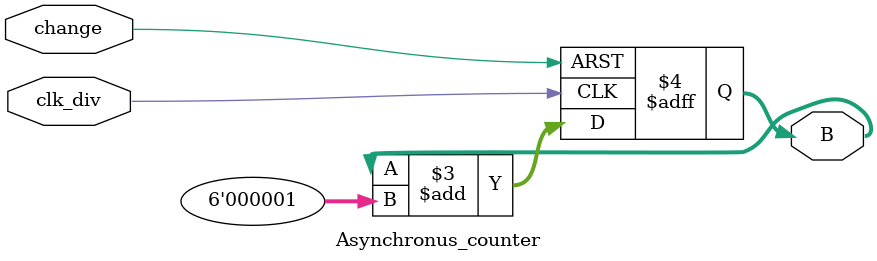
<source format=v>
module Asynchronus_counter(clk_div,change,B);
input clk_div,change;
output [5:0]B;
reg [5:0]B;
always@(posedge clk_div or posedge change)
begin
	if(change ==1'b1)	
	B<=6'd0;
	else 
	B<= B+6'd1;
end
endmodule

</source>
